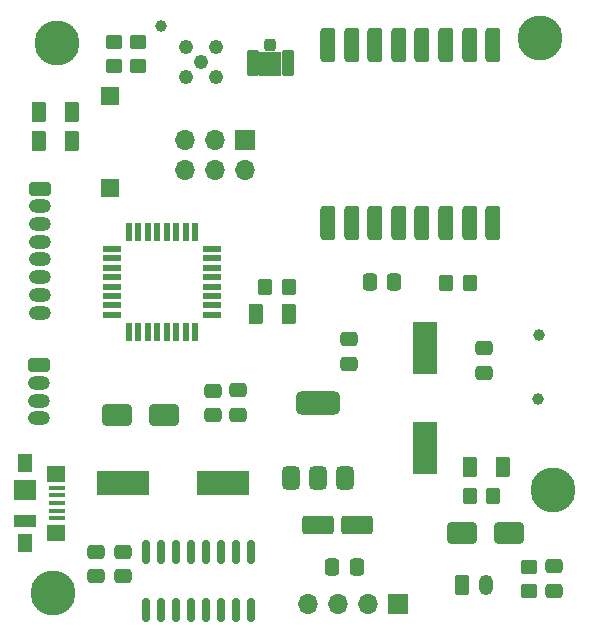
<source format=gbr>
%TF.GenerationSoftware,KiCad,Pcbnew,8.0.3-8.0.3-0~ubuntu22.04.1*%
%TF.CreationDate,2024-08-07T12:48:36+03:00*%
%TF.ProjectId,communication_body,636f6d6d-756e-4696-9361-74696f6e5f62,rev?*%
%TF.SameCoordinates,Original*%
%TF.FileFunction,Soldermask,Top*%
%TF.FilePolarity,Negative*%
%FSLAX46Y46*%
G04 Gerber Fmt 4.6, Leading zero omitted, Abs format (unit mm)*
G04 Created by KiCad (PCBNEW 8.0.3-8.0.3-0~ubuntu22.04.1) date 2024-08-07 12:48:36*
%MOMM*%
%LPD*%
G01*
G04 APERTURE LIST*
G04 Aperture macros list*
%AMRoundRect*
0 Rectangle with rounded corners*
0 $1 Rounding radius*
0 $2 $3 $4 $5 $6 $7 $8 $9 X,Y pos of 4 corners*
0 Add a 4 corners polygon primitive as box body*
4,1,4,$2,$3,$4,$5,$6,$7,$8,$9,$2,$3,0*
0 Add four circle primitives for the rounded corners*
1,1,$1+$1,$2,$3*
1,1,$1+$1,$4,$5*
1,1,$1+$1,$6,$7*
1,1,$1+$1,$8,$9*
0 Add four rect primitives between the rounded corners*
20,1,$1+$1,$2,$3,$4,$5,0*
20,1,$1+$1,$4,$5,$6,$7,0*
20,1,$1+$1,$6,$7,$8,$9,0*
20,1,$1+$1,$8,$9,$2,$3,0*%
G04 Aperture macros list end*
%ADD10RoundRect,0.250000X-0.685000X0.335000X-0.685000X-0.335000X0.685000X-0.335000X0.685000X0.335000X0*%
%ADD11O,1.870000X1.170000*%
%ADD12RoundRect,0.250000X-0.350000X-0.625000X0.350000X-0.625000X0.350000X0.625000X-0.350000X0.625000X0*%
%ADD13O,1.200000X1.750000*%
%ADD14RoundRect,0.250000X-1.075000X-0.550000X1.075000X-0.550000X1.075000X0.550000X-1.075000X0.550000X0*%
%ADD15RoundRect,0.250000X-0.450000X0.350000X-0.450000X-0.350000X0.450000X-0.350000X0.450000X0.350000X0*%
%ADD16RoundRect,0.250000X-0.250000X0.275000X-0.250000X-0.275000X0.250000X-0.275000X0.250000X0.275000X0*%
%ADD17RoundRect,0.250000X-0.275000X0.850000X-0.275000X-0.850000X0.275000X-0.850000X0.275000X0.850000X0*%
%ADD18R,1.500000X1.500000*%
%ADD19RoundRect,0.150000X-0.150000X0.825000X-0.150000X-0.825000X0.150000X-0.825000X0.150000X0.825000X0*%
%ADD20RoundRect,0.250000X-0.350000X-0.450000X0.350000X-0.450000X0.350000X0.450000X-0.350000X0.450000X0*%
%ADD21RoundRect,0.250000X-0.375000X-0.625000X0.375000X-0.625000X0.375000X0.625000X-0.375000X0.625000X0*%
%ADD22R,1.700000X1.700000*%
%ADD23O,1.700000X1.700000*%
%ADD24C,1.000000*%
%ADD25RoundRect,0.250000X1.000000X0.650000X-1.000000X0.650000X-1.000000X-0.650000X1.000000X-0.650000X0*%
%ADD26RoundRect,0.250000X-0.337500X-0.475000X0.337500X-0.475000X0.337500X0.475000X-0.337500X0.475000X0*%
%ADD27C,3.800000*%
%ADD28RoundRect,0.250000X-0.475000X0.337500X-0.475000X-0.337500X0.475000X-0.337500X0.475000X0.337500X0*%
%ADD29RoundRect,0.250000X0.475000X-0.337500X0.475000X0.337500X-0.475000X0.337500X-0.475000X-0.337500X0*%
%ADD30R,1.380000X0.450000*%
%ADD31R,1.300000X1.650000*%
%ADD32R,1.550000X1.425000*%
%ADD33R,1.900000X1.800000*%
%ADD34R,1.900000X1.000000*%
%ADD35C,1.240000*%
%ADD36RoundRect,0.375000X0.375000X-0.625000X0.375000X0.625000X-0.375000X0.625000X-0.375000X-0.625000X0*%
%ADD37RoundRect,0.500000X1.400000X-0.500000X1.400000X0.500000X-1.400000X0.500000X-1.400000X-0.500000X0*%
%ADD38RoundRect,0.250000X0.337500X0.475000X-0.337500X0.475000X-0.337500X-0.475000X0.337500X-0.475000X0*%
%ADD39R,2.000000X4.500000*%
%ADD40RoundRect,0.250000X0.450000X-0.350000X0.450000X0.350000X-0.450000X0.350000X-0.450000X-0.350000X0*%
%ADD41R,4.500000X2.000000*%
%ADD42RoundRect,0.250000X0.375000X0.625000X-0.375000X0.625000X-0.375000X-0.625000X0.375000X-0.625000X0*%
%ADD43R,0.550000X1.600000*%
%ADD44R,1.600000X0.550000*%
%ADD45RoundRect,0.250000X0.350000X0.450000X-0.350000X0.450000X-0.350000X-0.450000X0.350000X-0.450000X0*%
%ADD46RoundRect,0.317500X0.317500X-1.157500X0.317500X1.157500X-0.317500X1.157500X-0.317500X-1.157500X0*%
G04 APERTURE END LIST*
%TO.C,AE2*%
G36*
X135865000Y-78640000D02*
G01*
X133985000Y-78640000D01*
X133985000Y-80730000D01*
X135865000Y-80730000D01*
X135865000Y-78640000D01*
G37*
%TD*%
D10*
%TO.C,J5*%
X115365000Y-105165000D03*
D11*
X115365000Y-106665000D03*
X115365000Y-108165000D03*
X115365000Y-109665000D03*
%TD*%
D12*
%TO.C,J4*%
X151165000Y-123765000D03*
D13*
X153165000Y-123765000D03*
%TD*%
D14*
%TO.C,C11*%
X138935000Y-118675000D03*
X142285000Y-118675000D03*
%TD*%
D15*
%TO.C,R4*%
X156865000Y-122265000D03*
X156865000Y-124265000D03*
%TD*%
D16*
%TO.C,AE2*%
X134925000Y-78105000D03*
D17*
X136400000Y-79630000D03*
X133450000Y-79630000D03*
%TD*%
D18*
%TO.C,SW1*%
X121365000Y-82365000D03*
X121365000Y-90165000D03*
%TD*%
D19*
%TO.C,U2*%
X133335000Y-120977500D03*
X132065000Y-120977500D03*
X130795000Y-120977500D03*
X129525000Y-120977500D03*
X128255000Y-120977500D03*
X126985000Y-120977500D03*
X125715000Y-120977500D03*
X124445000Y-120977500D03*
X124445000Y-125927500D03*
X125715000Y-125927500D03*
X126985000Y-125927500D03*
X128255000Y-125927500D03*
X129525000Y-125927500D03*
X130795000Y-125927500D03*
X132065000Y-125927500D03*
X133335000Y-125927500D03*
%TD*%
D20*
%TO.C,R3*%
X151825000Y-116235000D03*
X153825000Y-116235000D03*
%TD*%
D10*
%TO.C,J6*%
X115415000Y-90215000D03*
D11*
X115415000Y-91715000D03*
X115415000Y-93215000D03*
X115415000Y-94715000D03*
X115415000Y-96215000D03*
X115415000Y-97715000D03*
X115415000Y-99215000D03*
X115415000Y-100715000D03*
%TD*%
D21*
%TO.C,D1*%
X133715000Y-100815000D03*
X136515000Y-100815000D03*
%TD*%
D22*
%TO.C,J1*%
X132835000Y-86095000D03*
D23*
X132835000Y-88635000D03*
X130295000Y-86095000D03*
X130295000Y-88635000D03*
X127755000Y-86095000D03*
X127755000Y-88635000D03*
%TD*%
D24*
%TO.C,TP3*%
X157575000Y-108065000D03*
%TD*%
%TO.C,TP2*%
X125670000Y-76420000D03*
%TD*%
D25*
%TO.C,D5*%
X155165000Y-119365000D03*
X151165000Y-119365000D03*
%TD*%
D26*
%TO.C,C10*%
X140177500Y-122245000D03*
X142252500Y-122245000D03*
%TD*%
D27*
%TO.C,H2*%
X116845000Y-77900000D03*
%TD*%
D25*
%TO.C,D4*%
X125937500Y-109427500D03*
X121937500Y-109427500D03*
%TD*%
D27*
%TO.C,H4*%
X116500000Y-124500000D03*
%TD*%
D28*
%TO.C,C4*%
X132200000Y-107302500D03*
X132200000Y-109377500D03*
%TD*%
D29*
%TO.C,C1*%
X153055000Y-105802500D03*
X153055000Y-103727500D03*
%TD*%
D30*
%TO.C,J7*%
X116850000Y-115552500D03*
X116850000Y-116202500D03*
X116850000Y-116852500D03*
X116850000Y-117502500D03*
X116850000Y-118152500D03*
D31*
X114190000Y-113477500D03*
D32*
X116765000Y-114365000D03*
D33*
X114190000Y-115702500D03*
D34*
X114190000Y-118402500D03*
D32*
X116765000Y-119340000D03*
D31*
X114190000Y-120227500D03*
%TD*%
D35*
%TO.C,AE1*%
X129095000Y-79495000D03*
X127825000Y-78225000D03*
X127825000Y-80765000D03*
X130365000Y-78225000D03*
X130365000Y-80765000D03*
%TD*%
D36*
%TO.C,U4*%
X136665000Y-114685000D03*
X138965000Y-114685000D03*
D37*
X138965000Y-108385000D03*
D36*
X141265000Y-114685000D03*
%TD*%
D38*
%TO.C,C3*%
X145410000Y-98165000D03*
X143335000Y-98165000D03*
%TD*%
D39*
%TO.C,Y1*%
X148065000Y-103715000D03*
X148065000Y-112215000D03*
%TD*%
D40*
%TO.C,R6*%
X121720000Y-79820000D03*
X121720000Y-77820000D03*
%TD*%
D41*
%TO.C,Y2*%
X130965000Y-115165000D03*
X122465000Y-115165000D03*
%TD*%
D24*
%TO.C,TP1*%
X157665000Y-102635000D03*
%TD*%
D42*
%TO.C,D6*%
X118130000Y-83740000D03*
X115330000Y-83740000D03*
%TD*%
D28*
%TO.C,C6*%
X130100000Y-107340000D03*
X130100000Y-109415000D03*
%TD*%
D27*
%TO.C,H1*%
X158900000Y-115700000D03*
%TD*%
D22*
%TO.C,J2*%
X145765000Y-125365000D03*
D23*
X143225000Y-125365000D03*
X140685000Y-125365000D03*
X138145000Y-125365000D03*
%TD*%
D29*
%TO.C,C7*%
X120175000Y-123062500D03*
X120175000Y-120987500D03*
%TD*%
D28*
%TO.C,C2*%
X141565000Y-102977500D03*
X141565000Y-105052500D03*
%TD*%
D43*
%TO.C,U3*%
X122965000Y-102365000D03*
X123765000Y-102365000D03*
X124565000Y-102365000D03*
X125365000Y-102365000D03*
X126165000Y-102365000D03*
X126965000Y-102365000D03*
X127765000Y-102365000D03*
X128565000Y-102365000D03*
D44*
X130015000Y-100915000D03*
X130015000Y-100115000D03*
X130015000Y-99315000D03*
X130015000Y-98515000D03*
X130015000Y-97715000D03*
X130015000Y-96915000D03*
X130015000Y-96115000D03*
X130015000Y-95315000D03*
D43*
X128565000Y-93865000D03*
X127765000Y-93865000D03*
X126965000Y-93865000D03*
X126165000Y-93865000D03*
X125365000Y-93865000D03*
X124565000Y-93865000D03*
X123765000Y-93865000D03*
X122965000Y-93865000D03*
D44*
X121515000Y-95315000D03*
X121515000Y-96115000D03*
X121515000Y-96915000D03*
X121515000Y-97715000D03*
X121515000Y-98515000D03*
X121515000Y-99315000D03*
X121515000Y-100115000D03*
X121515000Y-100915000D03*
%TD*%
D45*
%TO.C,R1*%
X151825000Y-98175000D03*
X149825000Y-98175000D03*
%TD*%
D42*
%TO.C,D3*%
X118130000Y-86200000D03*
X115330000Y-86200000D03*
%TD*%
D27*
%TO.C,H3*%
X157800000Y-77435000D03*
%TD*%
D42*
%TO.C,D2*%
X154675000Y-113815000D03*
X151875000Y-113815000D03*
%TD*%
D40*
%TO.C,R5*%
X123710000Y-79810000D03*
X123710000Y-77810000D03*
%TD*%
D28*
%TO.C,C8*%
X158965000Y-122190000D03*
X158965000Y-124265000D03*
%TD*%
D45*
%TO.C,R2*%
X136515000Y-98515000D03*
X134515000Y-98515000D03*
%TD*%
D46*
%TO.C,U1*%
X139815000Y-93130000D03*
X141815000Y-93130000D03*
X143815000Y-93130000D03*
X145815000Y-93130000D03*
X147815000Y-93130000D03*
X149815000Y-93130000D03*
X151815000Y-93130000D03*
X153815000Y-93130000D03*
X153815000Y-78080000D03*
X151815000Y-78080000D03*
X149815000Y-78080000D03*
X147815000Y-78080000D03*
X145815000Y-78080000D03*
X143815000Y-78080000D03*
X141815000Y-78080000D03*
X139815000Y-78080000D03*
%TD*%
D29*
%TO.C,C9*%
X122435000Y-123052500D03*
X122435000Y-120977500D03*
%TD*%
M02*

</source>
